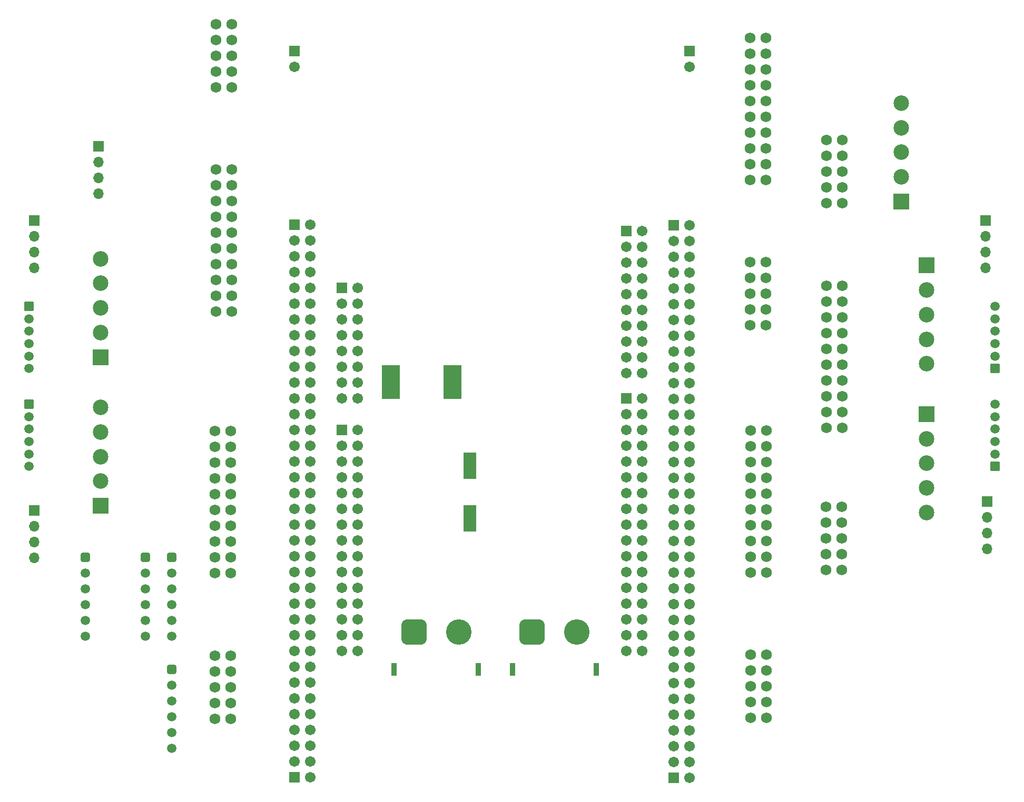
<source format=gbs>
%TF.GenerationSoftware,KiCad,Pcbnew,8.0.6*%
%TF.CreationDate,2024-11-13T01:29:07+01:00*%
%TF.ProjectId,Mainboard,4d61696e-626f-4617-9264-2e6b69636164,rev?*%
%TF.SameCoordinates,Original*%
%TF.FileFunction,Soldermask,Bot*%
%TF.FilePolarity,Negative*%
%FSLAX46Y46*%
G04 Gerber Fmt 4.6, Leading zero omitted, Abs format (unit mm)*
G04 Created by KiCad (PCBNEW 8.0.6) date 2024-11-13 01:29:07*
%MOMM*%
%LPD*%
G01*
G04 APERTURE LIST*
G04 Aperture macros list*
%AMRoundRect*
0 Rectangle with rounded corners*
0 $1 Rounding radius*
0 $2 $3 $4 $5 $6 $7 $8 $9 X,Y pos of 4 corners*
0 Add a 4 corners polygon primitive as box body*
4,1,4,$2,$3,$4,$5,$6,$7,$8,$9,$2,$3,0*
0 Add four circle primitives for the rounded corners*
1,1,$1+$1,$2,$3*
1,1,$1+$1,$4,$5*
1,1,$1+$1,$6,$7*
1,1,$1+$1,$8,$9*
0 Add four rect primitives between the rounded corners*
20,1,$1+$1,$2,$3,$4,$5,0*
20,1,$1+$1,$4,$5,$6,$7,0*
20,1,$1+$1,$6,$7,$8,$9,0*
20,1,$1+$1,$8,$9,$2,$3,0*%
G04 Aperture macros list end*
%ADD10C,1.733200*%
%ADD11R,2.500000X2.500000*%
%ADD12C,2.500000*%
%ADD13RoundRect,0.380000X-0.380000X0.380000X-0.380000X-0.380000X0.380000X-0.380000X0.380000X0.380000X0*%
%ADD14C,1.520000*%
%ADD15R,1.700000X1.700000*%
%ADD16O,1.700000X1.700000*%
%ADD17RoundRect,0.102000X-0.754000X-0.754000X0.754000X-0.754000X0.754000X0.754000X-0.754000X0.754000X0*%
%ADD18C,1.712000*%
%ADD19RoundRect,0.102000X0.654000X-0.654000X0.654000X0.654000X-0.654000X0.654000X-0.654000X-0.654000X0*%
%ADD20C,1.512000*%
%ADD21R,0.900000X2.000000*%
%ADD22RoundRect,1.025000X-1.025000X-1.025000X1.025000X-1.025000X1.025000X1.025000X-1.025000X1.025000X0*%
%ADD23C,4.100000*%
%ADD24RoundRect,0.102000X-0.654000X0.654000X-0.654000X-0.654000X0.654000X-0.654000X0.654000X0.654000X0*%
%ADD25R,2.050000X4.300000*%
%ADD26R,2.900000X5.400000*%
G04 APERTURE END LIST*
D10*
%TO.C,J22*%
X140575000Y-116125000D03*
X143115000Y-116125000D03*
X140575000Y-113585000D03*
X143115000Y-113585000D03*
X140575000Y-111045000D03*
X143115000Y-111045000D03*
X140575000Y-108505000D03*
X143115000Y-108505000D03*
X140575000Y-105965000D03*
X143115000Y-105965000D03*
X140575000Y-103425000D03*
X143115000Y-103425000D03*
X140575000Y-100885000D03*
X143115000Y-100885000D03*
X140575000Y-98345000D03*
X143115000Y-98345000D03*
X140575000Y-95805000D03*
X143115000Y-95805000D03*
X140575000Y-93265000D03*
X143115000Y-93265000D03*
X140575000Y-80025000D03*
X143115000Y-80025000D03*
X140575000Y-77485000D03*
X143115000Y-77485000D03*
X140575000Y-74945000D03*
X143115000Y-74945000D03*
X140575000Y-72405000D03*
X143115000Y-72405000D03*
X140575000Y-69865000D03*
X143115000Y-69865000D03*
%TD*%
%TO.C,J19*%
X142880000Y-135350000D03*
X140340000Y-135350000D03*
X142880000Y-137890000D03*
X140340000Y-137890000D03*
X142880000Y-140430000D03*
X140340000Y-140430000D03*
X142880000Y-142970000D03*
X140340000Y-142970000D03*
X142880000Y-145510000D03*
X140340000Y-145510000D03*
X142880000Y-148050000D03*
X140340000Y-148050000D03*
X142880000Y-150590000D03*
X140340000Y-150590000D03*
X142880000Y-153130000D03*
X140340000Y-153130000D03*
X142880000Y-155670000D03*
X140340000Y-155670000D03*
X142880000Y-158210000D03*
X140340000Y-158210000D03*
X142880000Y-171450000D03*
X140340000Y-171450000D03*
X142880000Y-173990000D03*
X140340000Y-173990000D03*
X142880000Y-176530000D03*
X140340000Y-176530000D03*
X142880000Y-179070000D03*
X140340000Y-179070000D03*
X142880000Y-181610000D03*
X140340000Y-181610000D03*
%TD*%
%TO.C,J20*%
X229000000Y-135190000D03*
X226460000Y-135190000D03*
X229000000Y-137730000D03*
X226460000Y-137730000D03*
X229000000Y-140270000D03*
X226460000Y-140270000D03*
X229000000Y-142810000D03*
X226460000Y-142810000D03*
X229000000Y-145350000D03*
X226460000Y-145350000D03*
X229000000Y-147890000D03*
X226460000Y-147890000D03*
X229000000Y-150430000D03*
X226460000Y-150430000D03*
X229000000Y-152970000D03*
X226460000Y-152970000D03*
X229000000Y-155510000D03*
X226460000Y-155510000D03*
X229000000Y-158050000D03*
X226460000Y-158050000D03*
X229000000Y-171290000D03*
X226460000Y-171290000D03*
X229000000Y-173830000D03*
X226460000Y-173830000D03*
X229000000Y-176370000D03*
X226460000Y-176370000D03*
X229000000Y-178910000D03*
X226460000Y-178910000D03*
X229000000Y-181450000D03*
X226460000Y-181450000D03*
%TD*%
%TO.C,J21*%
X228970000Y-72050000D03*
X226430000Y-72050000D03*
X228970000Y-74590000D03*
X226430000Y-74590000D03*
X228970000Y-77130000D03*
X226430000Y-77130000D03*
X228970000Y-79670000D03*
X226430000Y-79670000D03*
X228970000Y-82210000D03*
X226430000Y-82210000D03*
X228970000Y-84750000D03*
X226430000Y-84750000D03*
X228970000Y-87290000D03*
X226430000Y-87290000D03*
X228970000Y-89830000D03*
X226430000Y-89830000D03*
X228970000Y-92370000D03*
X226430000Y-92370000D03*
X228970000Y-94910000D03*
X226430000Y-94910000D03*
X228970000Y-108150000D03*
X226430000Y-108150000D03*
X228970000Y-110690000D03*
X226430000Y-110690000D03*
X228970000Y-113230000D03*
X226430000Y-113230000D03*
X228970000Y-115770000D03*
X226430000Y-115770000D03*
X228970000Y-118310000D03*
X226430000Y-118310000D03*
%TD*%
%TO.C,J18*%
X238630000Y-134780000D03*
X241170000Y-134780000D03*
X238630000Y-132240000D03*
X241170000Y-132240000D03*
X238630000Y-129700000D03*
X241170000Y-129700000D03*
X238630000Y-127160000D03*
X241170000Y-127160000D03*
X238630000Y-124620000D03*
X241170000Y-124620000D03*
X238630000Y-122080000D03*
X241170000Y-122080000D03*
X238630000Y-119540000D03*
X241170000Y-119540000D03*
X238630000Y-117000000D03*
X241170000Y-117000000D03*
X238630000Y-114460000D03*
X241170000Y-114460000D03*
X238630000Y-111920000D03*
X241170000Y-111920000D03*
X238630000Y-98680000D03*
X241170000Y-98680000D03*
X238630000Y-96140000D03*
X241170000Y-96140000D03*
X238630000Y-93600000D03*
X241170000Y-93600000D03*
X238630000Y-91060000D03*
X241170000Y-91060000D03*
X238630000Y-88520000D03*
X241170000Y-88520000D03*
%TD*%
%TO.C,J4*%
X238600000Y-147468000D03*
X241140000Y-147468000D03*
X238600000Y-150008000D03*
X241140000Y-150008000D03*
X238600000Y-152548000D03*
X241140000Y-152548000D03*
X238600000Y-155088000D03*
X241140000Y-155088000D03*
X238600000Y-157628000D03*
X241140000Y-157628000D03*
%TD*%
D11*
%TO.C,J16*%
X250650000Y-98390000D03*
D12*
X250650000Y-94430000D03*
X250650000Y-90470000D03*
X250650000Y-86510000D03*
X250650000Y-82550000D03*
%TD*%
D13*
%TO.C,J3*%
X133460000Y-173627500D03*
D14*
X133460000Y-176167500D03*
X133460000Y-178707500D03*
X133460000Y-181247500D03*
X133460000Y-183787500D03*
X133460000Y-186327500D03*
%TD*%
D13*
%TO.C,J24*%
X133460000Y-155640000D03*
D14*
X133460000Y-158180000D03*
X133460000Y-160720000D03*
X133460000Y-163260000D03*
X133460000Y-165800000D03*
X133460000Y-168340000D03*
%TD*%
D13*
%TO.C,J25*%
X119500000Y-155650000D03*
D14*
X119500000Y-158190000D03*
X119500000Y-160730000D03*
X119500000Y-163270000D03*
X119500000Y-165810000D03*
X119500000Y-168350000D03*
%TD*%
D15*
%TO.C,J26*%
X121670000Y-89530000D03*
D16*
X121670000Y-92070000D03*
X121670000Y-94610000D03*
X121670000Y-97150000D03*
%TD*%
D13*
%TO.C,J8*%
X129166700Y-155668000D03*
D14*
X129166700Y-158208000D03*
X129166700Y-160748000D03*
X129166700Y-163288000D03*
X129166700Y-165828000D03*
X129166700Y-168368000D03*
%TD*%
D17*
%TO.C,U1*%
X153168300Y-74210000D03*
D18*
X153168300Y-76750000D03*
D17*
X216668300Y-74210000D03*
D18*
X216668300Y-76750000D03*
D17*
X206508300Y-103166000D03*
D18*
X209048300Y-103166000D03*
X206508300Y-105706000D03*
X209048300Y-105706000D03*
X206508300Y-108246000D03*
X209048300Y-108246000D03*
X206508300Y-110786000D03*
X209048300Y-110786000D03*
X206508300Y-113326000D03*
X209048300Y-113326000D03*
X206508300Y-115866000D03*
X209048300Y-115866000D03*
X206508300Y-118406000D03*
X209048300Y-118406000D03*
X206508300Y-120946000D03*
X209048300Y-120946000D03*
X206508300Y-123486000D03*
X209048300Y-123486000D03*
X206508300Y-126026000D03*
X209048300Y-126026000D03*
D17*
X160788300Y-112310000D03*
D18*
X163328300Y-112310000D03*
X160788300Y-114850000D03*
X163328300Y-114850000D03*
X160788300Y-117390000D03*
X163328300Y-117390000D03*
X160788300Y-119930000D03*
X163328300Y-119930000D03*
X160788300Y-122470000D03*
X163328300Y-122470000D03*
X160788300Y-125010000D03*
X163328300Y-125010000D03*
X160788300Y-127550000D03*
X163328300Y-127550000D03*
X160788300Y-130090000D03*
X163328300Y-130090000D03*
D17*
X160788300Y-135170000D03*
D18*
X163328300Y-135170000D03*
X160788300Y-137710000D03*
X163328300Y-137710000D03*
X160788300Y-140250000D03*
X163328300Y-140250000D03*
X160788300Y-142790000D03*
X163328300Y-142790000D03*
X160788300Y-145330000D03*
X163328300Y-145330000D03*
X160788300Y-147870000D03*
X163328300Y-147870000D03*
X160788300Y-150410000D03*
X163328300Y-150410000D03*
X160788300Y-152950000D03*
X163328300Y-152950000D03*
X160788300Y-155490000D03*
X163328300Y-155490000D03*
X160788300Y-158030000D03*
X163328300Y-158030000D03*
X160788300Y-160570000D03*
X163328300Y-160570000D03*
X160788300Y-163110000D03*
X163328300Y-163110000D03*
X160788300Y-165650000D03*
X163328300Y-165650000D03*
X160788300Y-168190000D03*
X163328300Y-168190000D03*
X160788300Y-170730000D03*
X163328300Y-170730000D03*
D17*
X206508300Y-130090000D03*
D18*
X209048300Y-130090000D03*
X206508300Y-132630000D03*
X209048300Y-132630000D03*
X206508300Y-135170000D03*
X209048300Y-135170000D03*
X206508300Y-137710000D03*
X209048300Y-137710000D03*
X206508300Y-140250000D03*
X209048300Y-140250000D03*
X206508300Y-142790000D03*
X209048300Y-142790000D03*
X206508300Y-145330000D03*
X209048300Y-145330000D03*
X206508300Y-147870000D03*
X209048300Y-147870000D03*
X206508300Y-150410000D03*
X209048300Y-150410000D03*
X206508300Y-152950000D03*
X209048300Y-152950000D03*
X206508300Y-155490000D03*
X209048300Y-155490000D03*
X206508300Y-158030000D03*
X209048300Y-158030000D03*
X206508300Y-160570000D03*
X209048300Y-160570000D03*
X206508300Y-163110000D03*
X209048300Y-163110000D03*
X206508300Y-165650000D03*
X209048300Y-165650000D03*
X206508300Y-168190000D03*
X209048300Y-168190000D03*
X206508300Y-170730000D03*
X209048300Y-170730000D03*
D17*
X153168300Y-102150000D03*
D18*
X155708300Y-102150000D03*
X153168300Y-104690000D03*
X155708300Y-104690000D03*
X153168300Y-107230000D03*
X155708300Y-107230000D03*
X153168300Y-109770000D03*
X155708300Y-109770000D03*
X153168300Y-112310000D03*
X155708300Y-112310000D03*
X153168300Y-114850000D03*
X155708300Y-114850000D03*
X153168300Y-117390000D03*
X155708300Y-117390000D03*
X153168300Y-119930000D03*
X155708300Y-119930000D03*
X153168300Y-122470000D03*
X155708300Y-122470000D03*
X153168300Y-125010000D03*
X155708300Y-125010000D03*
X153168300Y-127550000D03*
X155708300Y-127550000D03*
X153168300Y-130090000D03*
X155708300Y-130090000D03*
X153168300Y-132630000D03*
X155708300Y-132630000D03*
X153168300Y-135170000D03*
X155708300Y-135170000D03*
X153168300Y-137710000D03*
X155708300Y-137710000D03*
X153168300Y-140250000D03*
X155708300Y-140250000D03*
X153168300Y-142790000D03*
X155708300Y-142790000D03*
X153168300Y-145330000D03*
X155708300Y-145330000D03*
X153168300Y-147870000D03*
X155708300Y-147870000D03*
X153168300Y-150410000D03*
X155708300Y-150410000D03*
X153168300Y-152950000D03*
X155708300Y-152950000D03*
X153168300Y-155490000D03*
X155708300Y-155490000D03*
X153168300Y-158030000D03*
X155708300Y-158030000D03*
X153168300Y-160570000D03*
X155708300Y-160570000D03*
X153168300Y-163110000D03*
X155708300Y-163110000D03*
X153168300Y-165650000D03*
X155708300Y-165650000D03*
X153168300Y-168190000D03*
X155708300Y-168190000D03*
X153168300Y-170730000D03*
X155708300Y-170730000D03*
X153168300Y-173270000D03*
X155708300Y-173270000D03*
X153168300Y-175810000D03*
X155708300Y-175810000D03*
X153168300Y-178350000D03*
X155708300Y-178350000D03*
X153168300Y-180890000D03*
X155708300Y-180890000D03*
X153168300Y-183430000D03*
X155708300Y-183430000D03*
X153168300Y-185970000D03*
X155708300Y-185970000D03*
X153168300Y-188510000D03*
X155708300Y-188510000D03*
D17*
X214128300Y-102170000D03*
D18*
X216668300Y-102170000D03*
X214128300Y-104710000D03*
X216668300Y-104710000D03*
X214128300Y-107250000D03*
X216668300Y-107250000D03*
X214128300Y-109790000D03*
X216668300Y-109790000D03*
X214128300Y-112330000D03*
X216668300Y-112330000D03*
X214128300Y-114870000D03*
X216668300Y-114870000D03*
X214128300Y-117410000D03*
X216668300Y-117410000D03*
X214128300Y-119950000D03*
X216668300Y-119950000D03*
X214128300Y-122490000D03*
X216668300Y-122490000D03*
X214128300Y-125030000D03*
X216668300Y-125030000D03*
X214128300Y-127570000D03*
X216668300Y-127570000D03*
X214128300Y-130110000D03*
X216668300Y-130110000D03*
X214128300Y-132650000D03*
X216668300Y-132650000D03*
X214128300Y-135190000D03*
X216668300Y-135190000D03*
X214128300Y-137730000D03*
X216668300Y-137730000D03*
X214128300Y-140270000D03*
X216668300Y-140270000D03*
X214128300Y-142810000D03*
X216668300Y-142810000D03*
X214128300Y-145350000D03*
X216668300Y-145350000D03*
X214128300Y-147890000D03*
X216668300Y-147890000D03*
X214128300Y-150430000D03*
X216668300Y-150430000D03*
X214128300Y-152970000D03*
X216668300Y-152970000D03*
X214128300Y-155510000D03*
X216668300Y-155510000D03*
X214128300Y-158050000D03*
X216668300Y-158050000D03*
X214128300Y-160590000D03*
X216668300Y-160590000D03*
X214128300Y-163130000D03*
X216668300Y-163130000D03*
X214128300Y-165670000D03*
X216668300Y-165670000D03*
X214128300Y-168210000D03*
X216668300Y-168210000D03*
X214128300Y-170750000D03*
X216668300Y-170750000D03*
X214128300Y-173290000D03*
X216668300Y-173290000D03*
X214128300Y-175830000D03*
X216668300Y-175830000D03*
X214128300Y-178370000D03*
X216668300Y-178370000D03*
X214128300Y-180910000D03*
X216668300Y-180910000D03*
X214128300Y-183450000D03*
X216668300Y-183450000D03*
X214128300Y-185990000D03*
X216668300Y-185990000D03*
X214128300Y-188530000D03*
X216668300Y-188530000D03*
D17*
X214128300Y-191070000D03*
D18*
X216668300Y-191070000D03*
D17*
X153168300Y-191050000D03*
D18*
X155708300Y-191050000D03*
%TD*%
D11*
%TO.C,J14*%
X254750000Y-132580000D03*
D12*
X254750000Y-136540000D03*
X254750000Y-140500000D03*
X254750000Y-144460000D03*
X254750000Y-148420000D03*
%TD*%
D19*
%TO.C,J5*%
X110500000Y-115250000D03*
D20*
X110500000Y-117250000D03*
X110500000Y-119250000D03*
X110500000Y-121250000D03*
X110500000Y-123250000D03*
X110500000Y-125250000D03*
%TD*%
D21*
%TO.C,J1*%
X188190000Y-173640000D03*
X201690000Y-173640000D03*
D22*
X191340000Y-167640000D03*
D23*
X198540000Y-167640000D03*
%TD*%
D15*
%TO.C,J27*%
X264500000Y-146630000D03*
D16*
X264500000Y-149170000D03*
X264500000Y-151710000D03*
X264500000Y-154250000D03*
%TD*%
D11*
%TO.C,J12*%
X122000000Y-147350000D03*
D12*
X122000000Y-143390000D03*
X122000000Y-139430000D03*
X122000000Y-135470000D03*
X122000000Y-131510000D03*
%TD*%
D21*
%TO.C,J2*%
X169180000Y-173640000D03*
X182680000Y-173640000D03*
D22*
X172330000Y-167640000D03*
D23*
X179530000Y-167640000D03*
%TD*%
D15*
%TO.C,J17*%
X111300000Y-101420000D03*
D16*
X111300000Y-103960000D03*
X111300000Y-106500000D03*
X111300000Y-109040000D03*
%TD*%
D19*
%TO.C,J11*%
X110500000Y-131000000D03*
D20*
X110500000Y-133000000D03*
X110500000Y-135000000D03*
X110500000Y-137000000D03*
X110500000Y-139000000D03*
X110500000Y-141000000D03*
%TD*%
D15*
%TO.C,J23*%
X111310000Y-148130000D03*
D16*
X111310000Y-150670000D03*
X111310000Y-153210000D03*
X111310000Y-155750000D03*
%TD*%
D24*
%TO.C,J13*%
X265750000Y-141000000D03*
D20*
X265750000Y-139000000D03*
X265750000Y-137000000D03*
X265750000Y-135000000D03*
X265750000Y-133000000D03*
X265750000Y-131000000D03*
%TD*%
D25*
%TO.C,C5*%
X181320000Y-149340000D03*
X181320000Y-140940000D03*
%TD*%
D11*
%TO.C,J10*%
X254750000Y-108660000D03*
D12*
X254750000Y-112620000D03*
X254750000Y-116580000D03*
X254750000Y-120540000D03*
X254750000Y-124500000D03*
%TD*%
D24*
%TO.C,J7*%
X265750000Y-125250000D03*
D20*
X265750000Y-123250000D03*
X265750000Y-121250000D03*
X265750000Y-119250000D03*
X265750000Y-117250000D03*
X265750000Y-115250000D03*
%TD*%
D26*
%TO.C,L1*%
X178560000Y-127440000D03*
X168660000Y-127440000D03*
%TD*%
D15*
%TO.C,J9*%
X264250000Y-101450000D03*
D16*
X264250000Y-103990000D03*
X264250000Y-106530000D03*
X264250000Y-109070000D03*
%TD*%
D11*
%TO.C,J6*%
X122000000Y-123430000D03*
D12*
X122000000Y-119470000D03*
X122000000Y-115510000D03*
X122000000Y-111550000D03*
X122000000Y-107590000D03*
%TD*%
M02*

</source>
